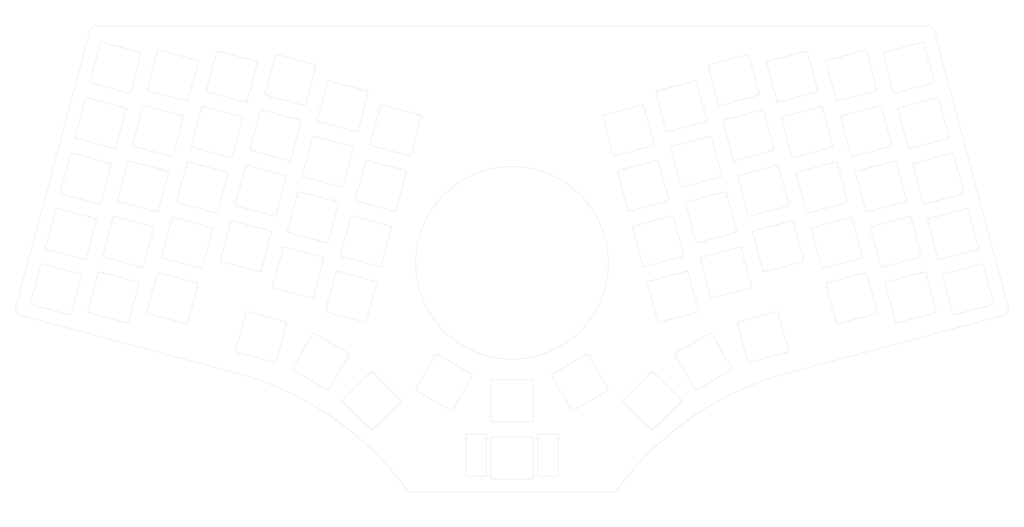
<source format=kicad_pcb>
(kicad_pcb (version 20221018) (generator pcbnew)
  (title_block (title "Honeydew unified split ergonomic keyboard") (date "2023-04-08") (rev "V2.0") (company "Created by Ariamelon (https://github.com/Ariamelon/Honeydew/)") (comment 1 "Licensed under CC BY 4.0."))
  (layers (0 "F.Cu" signal) (31 "B.Cu" signal) (34 "B.Paste" user) (35 "F.Paste" user) (36 "B.SilkS" user "B.Silkscreen") (37 "F.SilkS" user "F.Silkscreen") (38 "B.Mask" user) (39 "F.Mask" user) (44 "Edge.Cuts" user))
  (net 0 "")
  (footprint "Honeydew:MX100" (layer "B.Cu") (at 68.474737 131.997056 165))
  (footprint "Honeydew:MX100" (layer "B.Cu") (at 136.414535 99.252925 165))
  (footprint "Honeydew:MX100" (layer "B.Cu") (at 102.19496 153.358619 165))
  (footprint "Honeydew:MX100" (layer "B.Cu") (at 351.525212 131.997043 -165))
  (footprint "Honeydew:MX100" (layer "B.Cu") (at 121.623033 154.455581 165))
  (footprint "Honeydew:MX100" (layer "B.Cu") (at 337.438532 153.028335 -165))
  (footprint "Honeydew:MX100" (layer "B.Cu") (at 156.575864 171.216954 165))
  (footprint "Honeydew:MX100" (layer "B.Cu") (at 273.553412 192.756519 -150))
  (footprint "Honeydew:MX100" (layer "B.Cu") (at 78.335765 95.195267 165))
  (footprint "Honeydew:MX100" (layer "B.Cu") (at 63.544254 150.39795 165))
  (footprint "Honeydew:MX100" (layer "B.Cu") (at 97.264449 171.759483 165))
  (footprint "Honeydew:MX100" (layer "B.Cu") (at 307.944011 116.55685 -165))
  (footprint "Honeydew:MX200" (layer "B.Cu") (at 210 224.769999))
  (footprint "Honeydew:MX100" (layer "B.Cu") (at 266.211724 108.016975 -165))
  (footprint "Honeydew:MX100" (layer "B.Cu") (at 161.506361 152.816052 165))
  (footprint "Honeydew:MX100" (layer "B.Cu") (at 143.927246 144.818749 165))
  (footprint "Honeydew:MX100" (layer "B.Cu") (at 327.577523 116.226555 -165))
  (footprint "Honeydew:MX100" (layer "B.Cu") (at 271.142247 126.417862 -165))
  (footprint "Honeydew:MX100" (layer "B.Cu") (at 126.553514 136.054701 165))
  (footprint "Honeydew:MX100" (layer "B.Cu") (at 87.491948 134.627427 165))
  (footprint "Honeydew:MX100" (layer "B.Cu") (at 187.463579 199.681412 150))
  (footprint "Honeydew:MX100" (layer "B.Cu") (at 356.455715 150.397946 -165))
  (footprint "Honeydew:MX100" (layer "B.Cu") (at 107.12546 134.95772 165))
  (footprint "Honeydew:MX100" (layer "B.Cu") (at 166.436872 134.415172 165))
  (footprint "Honeydew:MX100" (layer "B.Cu") (at 283.585428 99.252934 -165))
  (footprint "Honeydew:MX100" (layer "B.Cu") (at 263.4241 171.216938 -165))
  (footprint "Honeydew:MX100" (layer "B.Cu") (at 298.376939 154.455581 -165))
  (footprint "Honeydew:MX100" (layer "B.Cu") (at 116.986466 98.155973 165))
  (footprint "Honeydew:MX100" (layer "B.Cu") (at 361.386215 168.798824 -165))
  (footprint "Honeydew:MX100" (layer "B.Cu") (at 322.647017 97.825681 -165))
  (footprint "Honeydew:MX100" (layer "B.Cu") (at 138.996741 163.219613 165))
  (footprint "Honeydew:MX100" (layer "B.Cu") (at 342.36903 171.42923 -165))
  (footprint "Honeydew:MX100" (layer "B.Cu") (at 146.446541 192.756532 150))
  (footprint "Honeydew:MX100" (layer "B.Cu") (at 209.999974 205.720015 180))
  (footprint "Honeydew:MX100" (layer "B.Cu") (at 332.508028 134.627442 -165))
  (footprint "Honeydew:MX100" (layer "B.Cu") (at 288.515923 117.653822 -165))
  (footprint "Honeydew:MX100" (layer "B.Cu") (at 258.493595 152.816045 -165))
  (footprint "Honeydew:MX100" (layer "B.Cu") (at 281.003238 163.219631 -165))
  (footprint "Honeydew:MX100" (layer "B.Cu") (at 303.013496 98.155971 -165))
  (footprint "Honeydew:MX100" (layer "B.Cu") (at 97.352956 97.825673 165))
  (footprint "Honeydew:MX100" (layer "B.Cu") (at 276.072744 144.818744 -165))
  (footprint "Honeydew:MX100" (layer "B.Cu") (at 58.613746 168.798825 165))
  (footprint "Honeydew:MX100" (layer "B.Cu") (at 317.805014 153.358635 -165))
  (footprint "Honeydew:MX100" (layer "B.Cu") (at 131.484035 117.653836 165))
  (footprint "Honeydew:MX100" (layer "B.Cu") (at 293.446418 136.054705 -165))
  (footprint "Honeydew:MX100" (layer "B.Cu") (at 256.596639 205.767916 -135))
  (footprint "Honeydew:MX100" (layer "B.Cu") (at 232.53636 199.68141 -150))
  (footprint "Honeydew:MX100" (layer "B.Cu") (at 92.422449 116.226558 165))
  (footprint "Honeydew:MX100" (layer "B.Cu") (at 346.594706 113.596159 -165))
  (footprint "Honeydew:MX100" (layer "B.Cu") (at 312.874507 134.957733 -165))
  (footprint "Honeydew:MX100" (layer "B.Cu") (at 82.561428 153.028334 165))
  (footprint "Honeydew:MX100" (layer "B.Cu") (at 248.632598 116.014291 -165))
  (footprint "Honeydew:MX100" (layer "B.Cu") (at 341.664216 95.19528 -165))
  (footprint "Honeydew:MX100" (layer "B.Cu") (at 153.788239 108.016942 165))
  (footprint "Honeydew:MX100" (layer "B.Cu") (at 293.300002 184.577221 -165))
  (footprint "Honeydew:MX100" (layer "B.Cu") (at 171.36737 116.014276 165))
  (footprint "Honeydew:MX100" (layer "B.Cu") (at 77.630945 171.429223 165))
  (footprint "Honeydew:MX100" (layer "B.Cu") (at 148.857729 126.417833 165))
  (footprint "Honeydew:MX100" (layer "B.Cu") (at 126.699957 184.577218 165))
  (footprint "Honeydew:MX100" (layer "B.Cu") (at 253.563096 134.415173 -165))
  (footprint "Honeydew:MX100" (layer "B.Cu") (at 112.055956 116.556825 165))
  (footprint "Honeydew:MX100" (layer "B.Cu") (at 163.403328 205.767916 135))
  (footprint "Honeydew:MX100" (layer "B.Cu") (at 322.735511 171.75951 -165))
  (footprint "Honeydew:MX100" (layer "B.Cu") (at 73.405256 113.596171 165))
  (gr_arc (start 348.218542 81.428) (mid 349.436073 81.841332) (end 350.150412 82.910419) (stroke (width 0.1)) (layer "Edge.Cuts"))
  (gr_line (start 299.877677 197.036948) (end 373.384074 177.360026) (stroke (width 0.1)) (layer "Edge.Cuts"))
  (gr_arc (start 46.615925 177.360026) (mid 45.401185 176.428287) (end 45.201229 174.910469) (stroke (width 0.1)) (layer "Edge.Cuts"))
  (gr_curve (pts (xy 176.716465 236.167006) (xy 176.456036 236.167007) (xy 176.198097 236.116139) (xy 175.957164 236.017266)) (stroke (width 0.1)) (layer "Edge.Cuts"))
  (gr_curve (pts (xy 71.781455 81.428001) (xy 70.876221 81.428) (xy 70.083852 82.036024) (xy 69.849587 82.910421)) (stroke (width 0.1)) (layer "Edge.Cuts"))
  (gr_arc (start 374.79877 174.91047) (mid 374.598818 176.428285) (end 373.384074 177.360026) (stroke (width 0.1)) (layer "Edge.Cuts"))
  (gr_line (start 374.79877 174.91047) (end 350.150412 82.910419) (stroke (width 0.1)) (layer "Edge.Cuts"))
  (gr_circle (center 210 160) (end 178 160) (stroke (width 0.1)) (fill none) (layer "Edge.Cuts"))
  (gr_curve (pts (xy 243.825638 236.092137) (xy 243.649222 236.141814) (xy 243.466812 236.167007) (xy 243.283534 236.167007)) (stroke (width 0.1)) (layer "Edge.Cuts"))
  (gr_line (start 176.716465 236.167006) (end 243.283534 236.167007) (stroke (width 0.1)) (layer "Edge.Cuts"))
  (gr_curve (pts (xy 175.957164 236.017266) (xy 175.787611 235.947685) (xy 175.62842 235.855126) (xy 175.484074 235.742192)) (stroke (width 0.1)) (layer "Edge.Cuts"))
  (gr_curve (pts (xy 244.896748 235.349182) (xy 244.742811 235.559247) (xy 244.549316 235.737236) (xy 244.327153 235.873131)) (stroke (width 0.1)) (layer "Edge.Cuts"))
  (gr_line (start 348.218542 81.428) (end 71.781455 81.428001) (stroke (width 0.1)) (layer "Edge.Cuts"))
  (gr_line (start 69.849588 82.910418) (end 45.201229 174.910469) (stroke (width 0.1)) (layer "Edge.Cuts"))
  (gr_arc (start 120.122323 197.036948) (mid 150.800533 211.61841) (end 175.103251 235.349182) (stroke (width 0.1)) (layer "Edge.Cuts"))
  (gr_arc (start 244.896748 235.349182) (mid 269.199466 211.618409) (end 299.877677 197.036948) (stroke (width 0.1)) (layer "Edge.Cuts"))
  (gr_curve (pts (xy 175.484074 235.742192) (xy 175.339726 235.629257) (xy 175.211584 235.497016) (xy 175.103251 235.349182)) (stroke (width 0.1)) (layer "Edge.Cuts"))
  (gr_line (start 46.615925 177.360026) (end 120.122323 197.036948) (stroke (width 0.1)) (layer "Edge.Cuts"))
  (gr_curve (pts (xy 244.327153 235.873131) (xy 244.170807 235.968766) (xy 244.002053 236.042458) (xy 243.825638 236.092137)) (stroke (width 0.1)) (layer "Edge.Cuts"))
)
</source>
